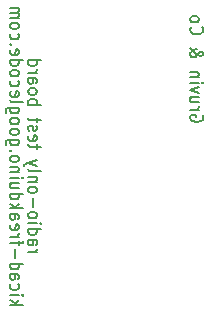
<source format=gbo>
G04 (created by PCBNEW (2013-07-24 BZR 4024)-stable) date Mon 03 Mar 2014 03:49:26 PM NZDT*
%MOIN*%
G04 Gerber Fmt 3.4, Leading zero omitted, Abs format*
%FSLAX34Y34*%
G01*
G70*
G90*
G04 APERTURE LIST*
%ADD10C,0.00590551*%
G04 APERTURE END LIST*
G54D10*
X22424Y-32796D02*
X22713Y-32796D01*
X22630Y-32796D02*
X22672Y-32777D01*
X22692Y-32758D01*
X22713Y-32721D01*
X22713Y-32683D01*
X22424Y-32384D02*
X22651Y-32384D01*
X22692Y-32402D01*
X22713Y-32440D01*
X22713Y-32515D01*
X22692Y-32552D01*
X22445Y-32384D02*
X22424Y-32421D01*
X22424Y-32515D01*
X22445Y-32552D01*
X22486Y-32571D01*
X22527Y-32571D01*
X22569Y-32552D01*
X22589Y-32515D01*
X22589Y-32421D01*
X22610Y-32384D01*
X22424Y-32027D02*
X22857Y-32027D01*
X22445Y-32027D02*
X22424Y-32065D01*
X22424Y-32140D01*
X22445Y-32177D01*
X22465Y-32196D01*
X22507Y-32215D01*
X22630Y-32215D01*
X22672Y-32196D01*
X22692Y-32177D01*
X22713Y-32140D01*
X22713Y-32065D01*
X22692Y-32027D01*
X22424Y-31840D02*
X22713Y-31840D01*
X22857Y-31840D02*
X22837Y-31859D01*
X22816Y-31840D01*
X22837Y-31821D01*
X22857Y-31840D01*
X22816Y-31840D01*
X22424Y-31596D02*
X22445Y-31634D01*
X22465Y-31652D01*
X22507Y-31671D01*
X22630Y-31671D01*
X22672Y-31652D01*
X22692Y-31634D01*
X22713Y-31596D01*
X22713Y-31540D01*
X22692Y-31502D01*
X22672Y-31484D01*
X22630Y-31465D01*
X22507Y-31465D01*
X22465Y-31484D01*
X22445Y-31502D01*
X22424Y-31540D01*
X22424Y-31596D01*
X22589Y-31296D02*
X22589Y-30996D01*
X22424Y-30752D02*
X22445Y-30790D01*
X22465Y-30809D01*
X22507Y-30827D01*
X22630Y-30827D01*
X22672Y-30809D01*
X22692Y-30790D01*
X22713Y-30752D01*
X22713Y-30696D01*
X22692Y-30659D01*
X22672Y-30640D01*
X22630Y-30621D01*
X22507Y-30621D01*
X22465Y-30640D01*
X22445Y-30659D01*
X22424Y-30696D01*
X22424Y-30752D01*
X22713Y-30453D02*
X22424Y-30453D01*
X22672Y-30453D02*
X22692Y-30434D01*
X22713Y-30396D01*
X22713Y-30340D01*
X22692Y-30303D01*
X22651Y-30284D01*
X22424Y-30284D01*
X22424Y-30040D02*
X22445Y-30078D01*
X22486Y-30096D01*
X22857Y-30096D01*
X22713Y-29928D02*
X22424Y-29834D01*
X22713Y-29740D02*
X22424Y-29834D01*
X22321Y-29871D01*
X22300Y-29890D01*
X22280Y-29928D01*
X22713Y-29346D02*
X22713Y-29196D01*
X22857Y-29290D02*
X22486Y-29290D01*
X22445Y-29271D01*
X22424Y-29234D01*
X22424Y-29196D01*
X22445Y-28915D02*
X22424Y-28953D01*
X22424Y-29028D01*
X22445Y-29065D01*
X22486Y-29084D01*
X22651Y-29084D01*
X22692Y-29065D01*
X22713Y-29028D01*
X22713Y-28953D01*
X22692Y-28915D01*
X22651Y-28896D01*
X22610Y-28896D01*
X22569Y-29084D01*
X22445Y-28746D02*
X22424Y-28709D01*
X22424Y-28634D01*
X22445Y-28597D01*
X22486Y-28578D01*
X22507Y-28578D01*
X22548Y-28597D01*
X22569Y-28634D01*
X22569Y-28690D01*
X22589Y-28728D01*
X22630Y-28746D01*
X22651Y-28746D01*
X22692Y-28728D01*
X22713Y-28690D01*
X22713Y-28634D01*
X22692Y-28597D01*
X22713Y-28465D02*
X22713Y-28315D01*
X22857Y-28409D02*
X22486Y-28409D01*
X22445Y-28390D01*
X22424Y-28353D01*
X22424Y-28315D01*
X22424Y-27884D02*
X22857Y-27884D01*
X22692Y-27884D02*
X22713Y-27847D01*
X22713Y-27772D01*
X22692Y-27734D01*
X22672Y-27715D01*
X22630Y-27697D01*
X22507Y-27697D01*
X22465Y-27715D01*
X22445Y-27734D01*
X22424Y-27772D01*
X22424Y-27847D01*
X22445Y-27884D01*
X22424Y-27472D02*
X22445Y-27509D01*
X22465Y-27528D01*
X22507Y-27547D01*
X22630Y-27547D01*
X22672Y-27528D01*
X22692Y-27509D01*
X22713Y-27472D01*
X22713Y-27415D01*
X22692Y-27378D01*
X22672Y-27359D01*
X22630Y-27340D01*
X22507Y-27340D01*
X22465Y-27359D01*
X22445Y-27378D01*
X22424Y-27415D01*
X22424Y-27472D01*
X22424Y-27003D02*
X22651Y-27003D01*
X22692Y-27022D01*
X22713Y-27059D01*
X22713Y-27134D01*
X22692Y-27172D01*
X22445Y-27003D02*
X22424Y-27040D01*
X22424Y-27134D01*
X22445Y-27172D01*
X22486Y-27190D01*
X22527Y-27190D01*
X22569Y-27172D01*
X22589Y-27134D01*
X22589Y-27040D01*
X22610Y-27003D01*
X22424Y-26815D02*
X22713Y-26815D01*
X22630Y-26815D02*
X22672Y-26797D01*
X22692Y-26778D01*
X22713Y-26740D01*
X22713Y-26703D01*
X22424Y-26403D02*
X22857Y-26403D01*
X22445Y-26403D02*
X22424Y-26441D01*
X22424Y-26516D01*
X22445Y-26553D01*
X22465Y-26572D01*
X22507Y-26591D01*
X22630Y-26591D01*
X22672Y-26572D01*
X22692Y-26553D01*
X22713Y-26516D01*
X22713Y-26441D01*
X22692Y-26403D01*
X21824Y-34549D02*
X22257Y-34549D01*
X21989Y-34511D02*
X21824Y-34399D01*
X22113Y-34399D02*
X21948Y-34549D01*
X21824Y-34230D02*
X22113Y-34230D01*
X22257Y-34230D02*
X22237Y-34249D01*
X22216Y-34230D01*
X22237Y-34211D01*
X22257Y-34230D01*
X22216Y-34230D01*
X21845Y-33874D02*
X21824Y-33911D01*
X21824Y-33986D01*
X21845Y-34024D01*
X21865Y-34043D01*
X21907Y-34061D01*
X22030Y-34061D01*
X22072Y-34043D01*
X22092Y-34024D01*
X22113Y-33986D01*
X22113Y-33911D01*
X22092Y-33874D01*
X21824Y-33537D02*
X22051Y-33537D01*
X22092Y-33555D01*
X22113Y-33593D01*
X22113Y-33668D01*
X22092Y-33705D01*
X21845Y-33537D02*
X21824Y-33574D01*
X21824Y-33668D01*
X21845Y-33705D01*
X21886Y-33724D01*
X21927Y-33724D01*
X21969Y-33705D01*
X21989Y-33668D01*
X21989Y-33574D01*
X22010Y-33537D01*
X21824Y-33180D02*
X22257Y-33180D01*
X21845Y-33180D02*
X21824Y-33218D01*
X21824Y-33293D01*
X21845Y-33330D01*
X21865Y-33349D01*
X21907Y-33368D01*
X22030Y-33368D01*
X22072Y-33349D01*
X22092Y-33330D01*
X22113Y-33293D01*
X22113Y-33218D01*
X22092Y-33180D01*
X21989Y-32993D02*
X21989Y-32693D01*
X22113Y-32562D02*
X22113Y-32412D01*
X21824Y-32505D02*
X22195Y-32505D01*
X22237Y-32487D01*
X22257Y-32449D01*
X22257Y-32412D01*
X21824Y-32280D02*
X22113Y-32280D01*
X22030Y-32280D02*
X22072Y-32262D01*
X22092Y-32243D01*
X22113Y-32205D01*
X22113Y-32168D01*
X21845Y-31887D02*
X21824Y-31924D01*
X21824Y-31999D01*
X21845Y-32037D01*
X21886Y-32055D01*
X22051Y-32055D01*
X22092Y-32037D01*
X22113Y-31999D01*
X22113Y-31924D01*
X22092Y-31887D01*
X22051Y-31868D01*
X22010Y-31868D01*
X21969Y-32055D01*
X21824Y-31531D02*
X22051Y-31531D01*
X22092Y-31549D01*
X22113Y-31587D01*
X22113Y-31662D01*
X22092Y-31699D01*
X21845Y-31531D02*
X21824Y-31568D01*
X21824Y-31662D01*
X21845Y-31699D01*
X21886Y-31718D01*
X21927Y-31718D01*
X21969Y-31699D01*
X21989Y-31662D01*
X21989Y-31568D01*
X22010Y-31531D01*
X21824Y-31343D02*
X22257Y-31343D01*
X21989Y-31306D02*
X21824Y-31193D01*
X22113Y-31193D02*
X21948Y-31343D01*
X21824Y-30856D02*
X22257Y-30856D01*
X21845Y-30856D02*
X21824Y-30893D01*
X21824Y-30968D01*
X21845Y-31006D01*
X21865Y-31024D01*
X21907Y-31043D01*
X22030Y-31043D01*
X22072Y-31024D01*
X22092Y-31006D01*
X22113Y-30968D01*
X22113Y-30893D01*
X22092Y-30856D01*
X22113Y-30499D02*
X21824Y-30499D01*
X22113Y-30668D02*
X21886Y-30668D01*
X21845Y-30649D01*
X21824Y-30612D01*
X21824Y-30556D01*
X21845Y-30518D01*
X21865Y-30499D01*
X21824Y-30312D02*
X22113Y-30312D01*
X22257Y-30312D02*
X22237Y-30331D01*
X22216Y-30312D01*
X22237Y-30293D01*
X22257Y-30312D01*
X22216Y-30312D01*
X22113Y-30124D02*
X21824Y-30124D01*
X22072Y-30124D02*
X22092Y-30106D01*
X22113Y-30068D01*
X22113Y-30012D01*
X22092Y-29974D01*
X22051Y-29956D01*
X21824Y-29956D01*
X21824Y-29712D02*
X21845Y-29749D01*
X21865Y-29768D01*
X21907Y-29787D01*
X22030Y-29787D01*
X22072Y-29768D01*
X22092Y-29749D01*
X22113Y-29712D01*
X22113Y-29656D01*
X22092Y-29618D01*
X22072Y-29599D01*
X22030Y-29581D01*
X21907Y-29581D01*
X21865Y-29599D01*
X21845Y-29618D01*
X21824Y-29656D01*
X21824Y-29712D01*
X21865Y-29412D02*
X21845Y-29393D01*
X21824Y-29412D01*
X21845Y-29431D01*
X21865Y-29412D01*
X21824Y-29412D01*
X22113Y-29056D02*
X21762Y-29056D01*
X21721Y-29075D01*
X21700Y-29093D01*
X21680Y-29131D01*
X21680Y-29187D01*
X21700Y-29225D01*
X21845Y-29056D02*
X21824Y-29093D01*
X21824Y-29168D01*
X21845Y-29206D01*
X21865Y-29225D01*
X21907Y-29243D01*
X22030Y-29243D01*
X22072Y-29225D01*
X22092Y-29206D01*
X22113Y-29168D01*
X22113Y-29093D01*
X22092Y-29056D01*
X21824Y-28812D02*
X21845Y-28850D01*
X21865Y-28868D01*
X21907Y-28887D01*
X22030Y-28887D01*
X22072Y-28868D01*
X22092Y-28850D01*
X22113Y-28812D01*
X22113Y-28756D01*
X22092Y-28718D01*
X22072Y-28700D01*
X22030Y-28681D01*
X21907Y-28681D01*
X21865Y-28700D01*
X21845Y-28718D01*
X21824Y-28756D01*
X21824Y-28812D01*
X21824Y-28456D02*
X21845Y-28493D01*
X21865Y-28512D01*
X21907Y-28531D01*
X22030Y-28531D01*
X22072Y-28512D01*
X22092Y-28493D01*
X22113Y-28456D01*
X22113Y-28400D01*
X22092Y-28362D01*
X22072Y-28343D01*
X22030Y-28325D01*
X21907Y-28325D01*
X21865Y-28343D01*
X21845Y-28362D01*
X21824Y-28400D01*
X21824Y-28456D01*
X22113Y-27987D02*
X21762Y-27987D01*
X21721Y-28006D01*
X21700Y-28025D01*
X21680Y-28062D01*
X21680Y-28118D01*
X21700Y-28156D01*
X21845Y-27987D02*
X21824Y-28025D01*
X21824Y-28100D01*
X21845Y-28137D01*
X21865Y-28156D01*
X21907Y-28175D01*
X22030Y-28175D01*
X22072Y-28156D01*
X22092Y-28137D01*
X22113Y-28100D01*
X22113Y-28025D01*
X22092Y-27987D01*
X21824Y-27743D02*
X21845Y-27781D01*
X21886Y-27800D01*
X22257Y-27800D01*
X21845Y-27444D02*
X21824Y-27481D01*
X21824Y-27556D01*
X21845Y-27594D01*
X21886Y-27612D01*
X22051Y-27612D01*
X22092Y-27594D01*
X22113Y-27556D01*
X22113Y-27481D01*
X22092Y-27444D01*
X22051Y-27425D01*
X22010Y-27425D01*
X21969Y-27612D01*
X21845Y-27087D02*
X21824Y-27125D01*
X21824Y-27200D01*
X21845Y-27237D01*
X21865Y-27256D01*
X21907Y-27275D01*
X22030Y-27275D01*
X22072Y-27256D01*
X22092Y-27237D01*
X22113Y-27200D01*
X22113Y-27125D01*
X22092Y-27087D01*
X21824Y-26862D02*
X21845Y-26900D01*
X21865Y-26919D01*
X21907Y-26937D01*
X22030Y-26937D01*
X22072Y-26919D01*
X22092Y-26900D01*
X22113Y-26862D01*
X22113Y-26806D01*
X22092Y-26769D01*
X22072Y-26750D01*
X22030Y-26731D01*
X21907Y-26731D01*
X21865Y-26750D01*
X21845Y-26769D01*
X21824Y-26806D01*
X21824Y-26862D01*
X21824Y-26394D02*
X22257Y-26394D01*
X21845Y-26394D02*
X21824Y-26431D01*
X21824Y-26506D01*
X21845Y-26544D01*
X21865Y-26562D01*
X21907Y-26581D01*
X22030Y-26581D01*
X22072Y-26562D01*
X22092Y-26544D01*
X22113Y-26506D01*
X22113Y-26431D01*
X22092Y-26394D01*
X21845Y-26056D02*
X21824Y-26094D01*
X21824Y-26169D01*
X21845Y-26206D01*
X21886Y-26225D01*
X22051Y-26225D01*
X22092Y-26206D01*
X22113Y-26169D01*
X22113Y-26094D01*
X22092Y-26056D01*
X22051Y-26037D01*
X22010Y-26037D01*
X21969Y-26225D01*
X21865Y-25869D02*
X21845Y-25850D01*
X21824Y-25869D01*
X21845Y-25887D01*
X21865Y-25869D01*
X21824Y-25869D01*
X21845Y-25513D02*
X21824Y-25550D01*
X21824Y-25625D01*
X21845Y-25662D01*
X21865Y-25681D01*
X21907Y-25700D01*
X22030Y-25700D01*
X22072Y-25681D01*
X22092Y-25662D01*
X22113Y-25625D01*
X22113Y-25550D01*
X22092Y-25513D01*
X21824Y-25288D02*
X21845Y-25325D01*
X21865Y-25344D01*
X21907Y-25363D01*
X22030Y-25363D01*
X22072Y-25344D01*
X22092Y-25325D01*
X22113Y-25288D01*
X22113Y-25231D01*
X22092Y-25194D01*
X22072Y-25175D01*
X22030Y-25156D01*
X21907Y-25156D01*
X21865Y-25175D01*
X21845Y-25194D01*
X21824Y-25231D01*
X21824Y-25288D01*
X21824Y-24988D02*
X22113Y-24988D01*
X22072Y-24988D02*
X22092Y-24969D01*
X22113Y-24931D01*
X22113Y-24875D01*
X22092Y-24838D01*
X22051Y-24819D01*
X21824Y-24819D01*
X22051Y-24819D02*
X22092Y-24800D01*
X22113Y-24763D01*
X22113Y-24706D01*
X22092Y-24669D01*
X22051Y-24650D01*
X21824Y-24650D01*
X28237Y-28237D02*
X28257Y-28274D01*
X28257Y-28331D01*
X28237Y-28387D01*
X28195Y-28424D01*
X28154Y-28443D01*
X28072Y-28462D01*
X28010Y-28462D01*
X27927Y-28443D01*
X27886Y-28424D01*
X27845Y-28387D01*
X27824Y-28331D01*
X27824Y-28293D01*
X27845Y-28237D01*
X27865Y-28218D01*
X28010Y-28218D01*
X28010Y-28293D01*
X27824Y-28049D02*
X28113Y-28049D01*
X28030Y-28049D02*
X28072Y-28031D01*
X28092Y-28012D01*
X28113Y-27974D01*
X28113Y-27937D01*
X28113Y-27637D02*
X27824Y-27637D01*
X28113Y-27806D02*
X27886Y-27806D01*
X27845Y-27787D01*
X27824Y-27749D01*
X27824Y-27693D01*
X27845Y-27656D01*
X27865Y-27637D01*
X28113Y-27487D02*
X27824Y-27393D01*
X28113Y-27299D01*
X27824Y-27149D02*
X28113Y-27149D01*
X28257Y-27149D02*
X28237Y-27168D01*
X28216Y-27149D01*
X28237Y-27131D01*
X28257Y-27149D01*
X28216Y-27149D01*
X28113Y-26962D02*
X27824Y-26962D01*
X28072Y-26962D02*
X28092Y-26943D01*
X28113Y-26906D01*
X28113Y-26849D01*
X28092Y-26812D01*
X28051Y-26793D01*
X27824Y-26793D01*
X27824Y-25987D02*
X27824Y-26006D01*
X27845Y-26043D01*
X27907Y-26100D01*
X28030Y-26193D01*
X28092Y-26231D01*
X28154Y-26250D01*
X28195Y-26250D01*
X28237Y-26231D01*
X28257Y-26193D01*
X28257Y-26175D01*
X28237Y-26137D01*
X28195Y-26118D01*
X28175Y-26118D01*
X28134Y-26137D01*
X28113Y-26156D01*
X28030Y-26268D01*
X28010Y-26287D01*
X27969Y-26306D01*
X27907Y-26306D01*
X27865Y-26287D01*
X27845Y-26268D01*
X27824Y-26231D01*
X27824Y-26175D01*
X27845Y-26137D01*
X27865Y-26118D01*
X27948Y-26062D01*
X28010Y-26043D01*
X28051Y-26043D01*
X27865Y-25293D02*
X27845Y-25312D01*
X27824Y-25368D01*
X27824Y-25406D01*
X27845Y-25462D01*
X27886Y-25500D01*
X27927Y-25518D01*
X28010Y-25537D01*
X28072Y-25537D01*
X28154Y-25518D01*
X28195Y-25500D01*
X28237Y-25462D01*
X28257Y-25406D01*
X28257Y-25368D01*
X28237Y-25312D01*
X28216Y-25293D01*
X27824Y-25068D02*
X27845Y-25106D01*
X27865Y-25125D01*
X27907Y-25143D01*
X28030Y-25143D01*
X28072Y-25125D01*
X28092Y-25106D01*
X28113Y-25068D01*
X28113Y-25012D01*
X28092Y-24975D01*
X28072Y-24956D01*
X28030Y-24937D01*
X27907Y-24937D01*
X27865Y-24956D01*
X27845Y-24975D01*
X27824Y-25012D01*
X27824Y-25068D01*
M02*

</source>
